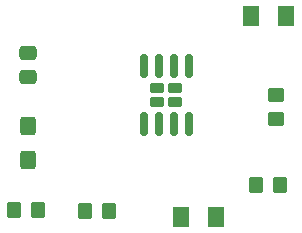
<source format=gbr>
%TF.GenerationSoftware,KiCad,Pcbnew,(6.0.10-0)*%
%TF.CreationDate,2023-02-17T15:36:54-08:00*%
%TF.ProjectId,555timer,35353574-696d-4657-922e-6b696361645f,rev?*%
%TF.SameCoordinates,Original*%
%TF.FileFunction,Paste,Top*%
%TF.FilePolarity,Positive*%
%FSLAX46Y46*%
G04 Gerber Fmt 4.6, Leading zero omitted, Abs format (unit mm)*
G04 Created by KiCad (PCBNEW (6.0.10-0)) date 2023-02-17 15:36:54*
%MOMM*%
%LPD*%
G01*
G04 APERTURE LIST*
G04 Aperture macros list*
%AMRoundRect*
0 Rectangle with rounded corners*
0 $1 Rounding radius*
0 $2 $3 $4 $5 $6 $7 $8 $9 X,Y pos of 4 corners*
0 Add a 4 corners polygon primitive as box body*
4,1,4,$2,$3,$4,$5,$6,$7,$8,$9,$2,$3,0*
0 Add four circle primitives for the rounded corners*
1,1,$1+$1,$2,$3*
1,1,$1+$1,$4,$5*
1,1,$1+$1,$6,$7*
1,1,$1+$1,$8,$9*
0 Add four rect primitives between the rounded corners*
20,1,$1+$1,$2,$3,$4,$5,0*
20,1,$1+$1,$4,$5,$6,$7,0*
20,1,$1+$1,$6,$7,$8,$9,0*
20,1,$1+$1,$8,$9,$2,$3,0*%
G04 Aperture macros list end*
%ADD10RoundRect,0.250001X0.462499X0.624999X-0.462499X0.624999X-0.462499X-0.624999X0.462499X-0.624999X0*%
%ADD11RoundRect,0.250000X0.350000X0.450000X-0.350000X0.450000X-0.350000X-0.450000X0.350000X-0.450000X0*%
%ADD12RoundRect,0.250000X0.450000X-0.350000X0.450000X0.350000X-0.450000X0.350000X-0.450000X-0.350000X0*%
%ADD13RoundRect,0.250000X0.475000X-0.337500X0.475000X0.337500X-0.475000X0.337500X-0.475000X-0.337500X0*%
%ADD14RoundRect,0.250001X-0.462499X-0.624999X0.462499X-0.624999X0.462499X0.624999X-0.462499X0.624999X0*%
%ADD15RoundRect,0.250000X0.425000X-0.537500X0.425000X0.537500X-0.425000X0.537500X-0.425000X-0.537500X0*%
%ADD16RoundRect,0.230000X-0.375000X0.230000X-0.375000X-0.230000X0.375000X-0.230000X0.375000X0.230000X0*%
%ADD17RoundRect,0.150000X-0.150000X0.825000X-0.150000X-0.825000X0.150000X-0.825000X0.150000X0.825000X0*%
%ADD18RoundRect,0.250000X-0.350000X-0.450000X0.350000X-0.450000X0.350000X0.450000X-0.350000X0.450000X0*%
G04 APERTURE END LIST*
D10*
%TO.C,D1*%
X141892500Y-101775000D03*
X138917500Y-101775000D03*
%TD*%
D11*
%TO.C,R2*%
X126830872Y-101169128D03*
X124830872Y-101169128D03*
%TD*%
D12*
%TO.C,R4*%
X147030000Y-93440000D03*
X147030000Y-91440000D03*
%TD*%
D13*
%TO.C,C2*%
X125962500Y-89937500D03*
X125962500Y-87862500D03*
%TD*%
D11*
%TO.C,R1*%
X132855000Y-101217936D03*
X130855000Y-101217936D03*
%TD*%
D14*
%TO.C,D2*%
X144897500Y-84760000D03*
X147872500Y-84760000D03*
%TD*%
D15*
%TO.C,C1*%
X125997500Y-96950000D03*
X125997500Y-94075000D03*
%TD*%
D16*
%TO.C,U1*%
X138427500Y-90870000D03*
X138427500Y-92010000D03*
X136927500Y-90870000D03*
X136927500Y-92010000D03*
D17*
X139582500Y-88965000D03*
X138312500Y-88965000D03*
X137042500Y-88965000D03*
X135772500Y-88965000D03*
X135772500Y-93915000D03*
X137042500Y-93915000D03*
X138312500Y-93915000D03*
X139582500Y-93915000D03*
%TD*%
D18*
%TO.C,R3*%
X145320000Y-99060000D03*
X147320000Y-99060000D03*
%TD*%
M02*

</source>
